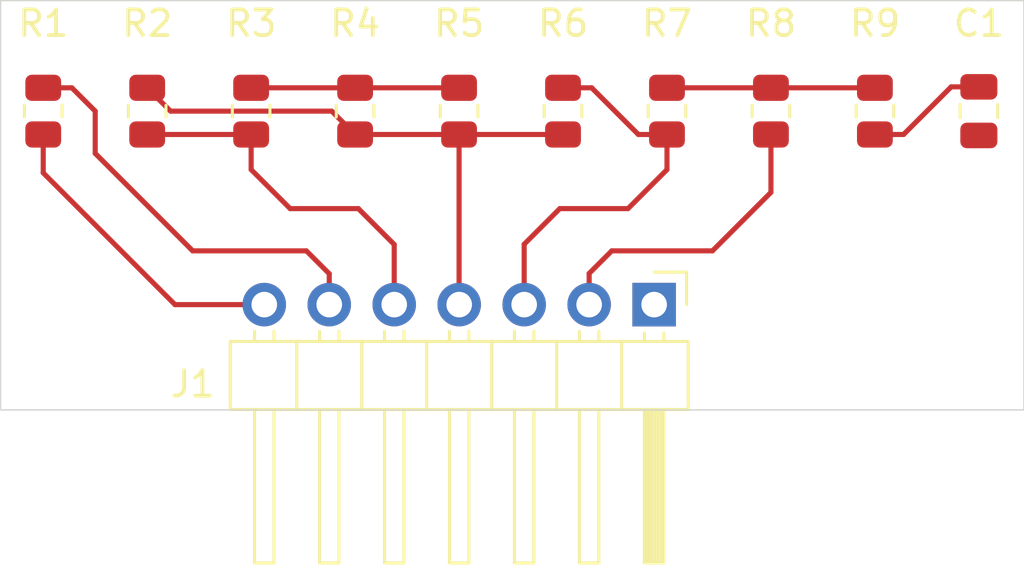
<source format=kicad_pcb>
(kicad_pcb (version 20240108) (generator "pcbnew") (generator_version "8.0")
  (layers (0 "F.Cu" signal) (31 "B.Cu" signal) (34 "B.Paste" user) (35 "F.Paste" user) (36 "B.SilkS" user "B.Silkscreen") (37 "F.SilkS" user "F.Silkscreen") (38 "B.Mask" user) (39 "F.Mask" user) (44 "Edge.Cuts" user))
  (net 0 "")
  (net 1 "/DMa")
  (net 2 "/DMb")
  (net 3 "/Z_{T2}")
  (net 4 "/Z_{T1}")
  (net 5 "/Z_{B}")
  (net 6 "Net-(R7-Pad2)")
  (net 7 "/V_{in}")
  (net 8 "Net-(C1-Pad1)")
  (net 9 "GND")
  (net 10 "Net-(R3-Pad1)")
  (footprint "Resistor_SMD:R_0805_2012Metric" (layer "F.Cu") (at 128.143 96.52 -90)
    (property "Reference" "R3" (at -3.429 0 0) (layer "F.SilkS"))
    (property "Value" "NF")
    (fp_line (start -0.227064 0.735) (end 0.227064 0.735) (stroke (width 0.12)) (layer "F.SilkS"))
    (fp_line (start -0.227064 -0.735) (end 0.227064 -0.735) (stroke (width 0.12)) (layer "F.SilkS"))
    (pad "1" smd roundrect (at -0.9125 0 270) (size 1.025 1.4) (layers "F.Cu" "F.Paste" "F.Mask") (roundrect_rratio 0.243902) (net 10 "Net-(R3-Pad1)"))
    (pad "2" smd roundrect (at 0.9125 0 270) (size 1.025 1.4) (layers "F.Cu" "F.Paste" "F.Mask") (roundrect_rratio 0.243902) (net 4 "/Z_{T1}"))
  )
  (footprint "Resistor_SMD:R_0805_2012Metric" (layer "F.Cu") (at 144.399 96.52 90)
    (property "Reference" "R7" (at 3.429 0 180) (layer "F.SilkS"))
    (property "Value" "0")
    (fp_line (start -0.227064 -0.735) (end 0.227064 -0.735) (stroke (width 0.12)) (layer "F.SilkS"))
    (fp_line (start -0.227064 0.735) (end 0.227064 0.735) (stroke (width 0.12)) (layer "F.SilkS"))
    (pad "1" smd roundrect (at -0.9125 0 90) (size 1.025 1.4) (layers "F.Cu" "F.Paste" "F.Mask") (roundrect_rratio 0.243902) (net 5 "/Z_{B}"))
    (pad "2" smd roundrect (at 0.9125 0 90) (size 1.025 1.4) (layers "F.Cu" "F.Paste" "F.Mask") (roundrect_rratio 0.243902) (net 6 "Net-(R7-Pad2)"))
  )
  (footprint "Capacitor_SMD:C_0805_2012Metric" (layer "F.Cu") (at 156.591 96.52 -90)
    (property "Reference" "C1" (at -3.429 0 180) (layer "F.SilkS"))
    (property "Value" "NF")
    (fp_line (start -0.261252 0.735) (end 0.261252 0.735) (stroke (width 0.12)) (layer "F.SilkS"))
    (fp_line (start -0.261252 -0.735) (end 0.261252 -0.735) (stroke (width 0.12)) (layer "F.SilkS"))
    (pad "1" smd roundrect (at -0.95 0 270) (size 1 1.45) (layers "F.Cu" "F.Paste" "F.Mask") (net 8 "Net-(C1-Pad1)"))
    (pad "2" smd roundrect (at 0.95 0 270) (size 1 1.45) (layers "F.Cu" "F.Paste" "F.Mask") (net 9 "GND"))
  )
  (footprint "Resistor_SMD:R_0805_2012Metric" (layer "F.Cu") (at 148.463 96.52 -90)
    (property "Reference" "R8" (at -3.429 0 180) (layer "F.SilkS"))
    (property "Value" "100k")
    (fp_line (start -0.227064 0.735) (end 0.227064 0.735) (stroke (width 0.12)) (layer "F.SilkS"))
    (fp_line (start -0.227064 -0.735) (end 0.227064 -0.735) (stroke (width 0.12)) (layer "F.SilkS"))
    (pad "1" smd roundrect (at -0.9125 0 270) (size 1.025 1.4) (layers "F.Cu" "F.Paste" "F.Mask") (roundrect_rratio 0.243902) (net 6 "Net-(R7-Pad2)"))
    (pad "2" smd roundrect (at 0.9125 0 270) (size 1.025 1.4) (layers "F.Cu" "F.Paste" "F.Mask") (roundrect_rratio 0.243902) (net 7 "/V_{in}"))
  )
  (footprint "Connector_PinHeader_2.54mm:PinHeader_1x07_P2.54mm_Horizontal" (layer "F.Cu") (at 143.896 104.083 -90)
    (property "Reference" "J1" (at 3.105 18.039 180) (layer "F.SilkS"))
    (property "Value" "Conn_01x07")
    (fp_line (start 1.44 16.57) (end 4.1 16.57) (stroke (width 0.12)) (layer "F.SilkS"))
    (fp_line (start 4.1 16.57) (end 4.1 -1.33) (stroke (width 0.12)) (layer "F.SilkS"))
    (fp_line (start 1.042929 15.62) (end 1.44 15.62) (stroke (width 0.12)) (layer "F.SilkS"))
    (fp_line (start 10.1 15.62) (end 4.1 15.62) (stroke (width 0.12)) (layer "F.SilkS"))
    (fp_line (start 1.042929 14.86) (end 1.44 14.86) (stroke (width 0.12)) (layer "F.SilkS"))
    (fp_line (start 4.1 14.86) (end 10.1 14.86) (stroke (width 0.12)) (layer "F.SilkS"))
    (fp_line (start 10.1 14.86) (end 10.1 15.62) (stroke (width 0.12)) (layer "F.SilkS"))
    (fp_line (start 1.44 13.97) (end 4.1 13.97) (stroke (width 0.12)) (layer "F.SilkS"))
    (fp_line (start 1.042929 13.08) (end 1.44 13.08) (stroke (width 0.12)) (layer "F.SilkS"))
    (fp_line (start 10.1 13.08) (end 4.1 13.08) (stroke (width 0.12)) (layer "F.SilkS"))
    (fp_line (start 1.042929 12.32) (end 1.44 12.32) (stroke (width 0.12)) (layer "F.SilkS"))
    (fp_line (start 4.1 12.32) (end 10.1 12.32) (stroke (width 0.12)) (layer "F.SilkS"))
    (fp_line (start 10.1 12.32) (end 10.1 13.08) (stroke (width 0.12)) (layer "F.SilkS"))
    (fp_line (start 1.44 11.43) (end 4.1 11.43) (stroke (width 0.12)) (layer "F.SilkS"))
    (fp_line (start 1.042929 10.54) (end 1.44 10.54) (stroke (width 0.12)) (layer "F.SilkS"))
    (fp_line (start 10.1 10.54) (end 4.1 10.54) (stroke (width 0.12)) (layer "F.SilkS"))
    (fp_line (start 1.042929 9.78) (end 1.44 9.78) (stroke (width 0.12)) (layer "F.SilkS"))
    (fp_line (start 4.1 9.78) (end 10.1 9.78) (stroke (width 0.12)) (layer "F.SilkS"))
    (fp_line (start 10.1 9.78) (end 10.1 10.54) (stroke (width 0.12)) (layer "F.SilkS"))
    (fp_line (start 1.44 8.89) (end 4.1 8.89) (stroke (width 0.12)) (layer "F.SilkS"))
    (fp_line (start 1.042929 8) (end 1.44 8) (stroke (width 0.12)) (layer "F.SilkS"))
    (fp_line (start 10.1 8) (end 4.1 8) (stroke (width 0.12)) (layer "F.SilkS"))
    (fp_line (start 1.042929 7.24) (end 1.44 7.24) (stroke (width 0.12)) (layer "F.SilkS"))
    (fp_line (start 4.1 7.24) (end 10.1 7.24) (stroke (width 0.12)) (layer "F.SilkS"))
    (fp_line (start 10.1 7.24) (end 10.1 8) (stroke (width 0.12)) (layer "F.SilkS"))
    (fp_line (start 1.44 6.35) (end 4.1 6.35) (stroke (width 0.12)) (layer "F.SilkS"))
    (fp_line (start 1.042929 5.46) (end 1.44 5.46) (stroke (width 0.12)) (layer "F.SilkS"))
    (fp_line (start 10.1 5.46) (end 4.1 5.46) (stroke (width 0.12)) (layer "F.SilkS"))
    (fp_line (start 1.042929 4.7) (end 1.44 4.7) (stroke (width 0.12)) (layer "F.SilkS"))
    (fp_line (start 4.1 4.7) (end 10.1 4.7) (stroke (width 0.12)) (layer "F.SilkS"))
    (fp_line (start 10.1 4.7) (end 10.1 5.46) (stroke (width 0.12)) (layer "F.SilkS"))
    (fp_line (start 1.44 3.81) (end 4.1 3.81) (stroke (width 0.12)) (layer "F.SilkS"))
    (fp_line (start 1.042929 2.92) (end 1.44 2.92) (stroke (width 0.12)) (layer "F.SilkS"))
    (fp_line (start 10.1 2.92) (end 4.1 2.92) (stroke (width 0.12)) (layer "F.SilkS"))
    (fp_line (start 1.042929 2.16) (end 1.44 2.16) (stroke (width 0.12)) (layer "F.SilkS"))
    (fp_line (start 4.1 2.16) (end 10.1 2.16) (stroke (width 0.12)) (layer "F.SilkS"))
    (fp_line (start 10.1 2.16) (end 10.1 2.92) (stroke (width 0.12)) (layer "F.SilkS"))
    (fp_line (start 1.44 1.27) (end 4.1 1.27) (stroke (width 0.12)) (layer "F.SilkS"))
    (fp_line (start 1.11 0.38) (end 1.44 0.38) (stroke (width 0.12)) (layer "F.SilkS"))
    (fp_line (start 10.1 0.38) (end 4.1 0.38) (stroke (width 0.12)) (layer "F.SilkS"))
    (fp_line (start 4.1 0.28) (end 10.1 0.28) (stroke (width 0.12)) (layer "F.SilkS"))
    (fp_line (start 4.1 0.16) (end 10.1 0.16) (stroke (width 0.12)) (layer "F.SilkS"))
    (fp_line (start 4.1 0.04) (end 10.1 0.04) (stroke (width 0.12)) (layer "F.SilkS"))
    (fp_line (start -1.27 0) (end -1.27 -1.27) (stroke (width 0.12)) (layer "F.SilkS"))
    (fp_line (start 4.1 -0.08) (end 10.1 -0.08) (stroke (width 0.12)) (layer "F.SilkS"))
    (fp_line (start 4.1 -0.2) (end 10.1 -0.2) (stroke (width 0.12)) (layer "F.SilkS"))
    (fp_line (start 4.1 -0.32) (end 10.1 -0.32) (stroke (width 0.12)) (layer "F.SilkS"))
    (fp_line (start 1.11 -0.38) (end 1.44 -0.38) (stroke (width 0.12)) (layer "F.SilkS"))
    (fp_line (start 4.1 -0.38) (end 10.1 -0.38) (stroke (width 0.12)) (layer "F.SilkS"))
    (fp_line (start 10.1 -0.38) (end 10.1 0.38) (stroke (width 0.12)) (layer "F.SilkS"))
    (fp_line (start -1.27 -1.27) (end 0 -1.27) (stroke (width 0.12)) (layer "F.SilkS"))
    (fp_line (start 1.44 -1.33) (end 1.44 16.57) (stroke (width 0.12)) (layer "F.SilkS"))
    (fp_line (start 4.1 -1.33) (end 1.44 -1.33) (stroke (width 0.12)) (layer "F.SilkS"))
    (pad "1" thru_hole rect (at 0 0 270) (size 1.7 1.7) (drill 1) (layers "*.Cu" "*.Mask") (net 9 "GND"))
    (pad "2" thru_hole oval (at 0 2.54 270) (size 1.7 1.7) (drill 1) (layers "*.Cu" "*.Mask") (net 7 "/V_{in}"))
    (pad "3" thru_hole oval (at 0 5.08 270) (size 1.7 1.7) (drill 1) (layers "*.Cu" "*.Mask") (net 5 "/Z_{B}"))
    (pad "4" thru_hole oval (at 0 7.62 270) (size 1.7 1.7) (drill 1) (layers "*.Cu" "*.Mask") (net 3 "/Z_{T2}"))
    (pad "5" thru_hole oval (at 0 10.16 270) (size 1.7 1.7) (drill 1) (layers "*.Cu" "*.Mask") (net 4 "/Z_{T1}"))
    (pad "6" thru_hole oval (at 0 12.7 270) (size 1.7 1.7) (drill 1) (layers "*.Cu" "*.Mask") (net 2 "/DMb"))
    (pad "7" thru_hole oval (at 0 15.24 270) (size 1.7 1.7) (drill 1) (layers "*.Cu" "*.Mask") (net 1 "/DMa"))
  )
  (footprint "Resistor_SMD:R_0805_2012Metric" (layer "F.Cu") (at 152.527 96.52 -90)
    (property "Reference" "R9" (at -3.429 0 180) (layer "F.SilkS"))
    (property "Value" "NF")
    (fp_line (start -0.227064 0.735) (end 0.227064 0.735) (stroke (width 0.12)) (layer "F.SilkS"))
    (fp_line (start -0.227064 -0.735) (end 0.227064 -0.735) (stroke (width 0.12)) (layer "F.SilkS"))
    (pad "1" smd roundrect (at -0.9125 0 270) (size 1.025 1.4) (layers "F.Cu" "F.Paste" "F.Mask") (roundrect_rratio 0.243902) (net 6 "Net-(R7-Pad2)"))
    (pad "2" smd roundrect (at 0.9125 0 270) (size 1.025 1.4) (layers "F.Cu" "F.Paste" "F.Mask") (roundrect_rratio 0.243902) (net 8 "Net-(C1-Pad1)"))
  )
  (footprint "Resistor_SMD:R_0805_2012Metric" (layer "F.Cu") (at 120.015 96.52 90)
    (property "Reference" "R1" (at 3.429 0 180) (layer "F.SilkS"))
    (property "Value" "390k")
    (fp_line (start -0.227064 -0.735) (end 0.227064 -0.735) (stroke (width 0.12)) (layer "F.SilkS"))
    (fp_line (start -0.227064 0.735) (end 0.227064 0.735) (stroke (width 0.12)) (layer "F.SilkS"))
    (pad "1" smd roundrect (at -0.9125 0 90) (size 1.025 1.4) (layers "F.Cu" "F.Paste" "F.Mask") (roundrect_rratio 0.243902) (net 1 "/DMa"))
    (pad "2" smd roundrect (at 0.9125 0 90) (size 1.025 1.4) (layers "F.Cu" "F.Paste" "F.Mask") (roundrect_rratio 0.243902) (net 2 "/DMb"))
  )
  (footprint "Resistor_SMD:R_0805_2012Metric" (layer "F.Cu") (at 132.207 96.52 -90)
    (property "Reference" "R4" (at -3.429 0 0) (layer "F.SilkS"))
    (property "Value" "NF")
    (fp_line (start -0.227064 0.735) (end 0.227064 0.735) (stroke (width 0.12)) (layer "F.SilkS"))
    (fp_line (start -0.227064 -0.735) (end 0.227064 -0.735) (stroke (width 0.12)) (layer "F.SilkS"))
    (pad "1" smd roundrect (at -0.9125 0 270) (size 1.025 1.4) (layers "F.Cu" "F.Paste" "F.Mask") (roundrect_rratio 0.243902) (net 10 "Net-(R3-Pad1)"))
    (pad "2" smd roundrect (at 0.9125 0 270) (size 1.025 1.4) (layers "F.Cu" "F.Paste" "F.Mask") (roundrect_rratio 0.243902) (net 3 "/Z_{T2}"))
  )
  (footprint "Resistor_SMD:R_0805_2012Metric" (layer "F.Cu") (at 136.271 96.52 -90)
    (property "Reference" "R5" (at -3.429 0 0) (layer "F.SilkS"))
    (property "Value" "NF")
    (fp_line (start -0.227064 0.735) (end 0.227064 0.735) (stroke (width 0.12)) (layer "F.SilkS"))
    (fp_line (start -0.227064 -0.735) (end 0.227064 -0.735) (stroke (width 0.12)) (layer "F.SilkS"))
    (pad "1" smd roundrect (at -0.9125 0 270) (size 1.025 1.4) (layers "F.Cu" "F.Paste" "F.Mask") (roundrect_rratio 0.243902) (net 10 "Net-(R3-Pad1)"))
    (pad "2" smd roundrect (at 0.9125 0 270) (size 1.025 1.4) (layers "F.Cu" "F.Paste" "F.Mask") (roundrect_rratio 0.243902) (net 3 "/Z_{T2}"))
  )
  (footprint "Resistor_SMD:R_0805_2012Metric" (layer "F.Cu") (at 124.079 96.52 -90)
    (property "Reference" "R2" (at -3.429 0 180) (layer "F.SilkS"))
    (property "Value" "300")
    (fp_line (start -0.227064 0.735) (end 0.227064 0.735) (stroke (width 0.12)) (layer "F.SilkS"))
    (fp_line (start -0.227064 -0.735) (end 0.227064 -0.735) (stroke (width 0.12)) (layer "F.SilkS"))
    (pad "1" smd roundrect (at -0.9125 0 270) (size 1.025 1.4) (layers "F.Cu" "F.Paste" "F.Mask") (roundrect_rratio 0.243902) (net 3 "/Z_{T2}"))
    (pad "2" smd roundrect (at 0.9125 0 270) (size 1.025 1.4) (layers "F.Cu" "F.Paste" "F.Mask") (roundrect_rratio 0.243902) (net 4 "/Z_{T1}"))
  )
  (footprint "Resistor_SMD:R_0805_2012Metric" (layer "F.Cu") (at 140.335 96.52 90)
    (property "Reference" "R6" (at 3.429 0 0) (layer "F.SilkS"))
    (property "Value" "47k")
    (fp_line (start -0.227064 -0.735) (end 0.227064 -0.735) (stroke (width 0.12)) (layer "F.SilkS"))
    (fp_line (start -0.227064 0.735) (end 0.227064 0.735) (stroke (width 0.12)) (layer "F.SilkS"))
    (pad "1" smd roundrect (at -0.9125 0 90) (size 1.025 1.4) (layers "F.Cu" "F.Paste" "F.Mask") (roundrect_rratio 0.243902) (net 3 "/Z_{T2}"))
    (pad "2" smd roundrect (at 0.9125 0 90) (size 1.025 1.4) (layers "F.Cu" "F.Paste" "F.Mask") (roundrect_rratio 0.243902) (net 5 "/Z_{B}"))
  )
  (gr_rect (start 118.35 92.2) (end 158.35 108.2) (stroke (width 0.05)) (fill none) (layer "Edge.Cuts"))
  (segment (start 125.165 104.083) (end 120.015 98.933) (width 0.2) (layer "F.Cu") (net 1))
  (segment (start 128.656 104.083) (end 125.165 104.083) (width 0.2) (layer "F.Cu") (net 1))
  (segment (start 120.015 98.933) (end 120.015 97.4325) (width 0.2) (layer "F.Cu") (net 1))
  (segment (start 121.1345 95.6075) (end 122.047 96.52) (width 0.2) (layer "F.Cu") (net 2))
  (segment (start 130.302 101.981) (end 131.196 102.875) (width 0.2) (layer "F.Cu") (net 2))
  (segment (start 120.015 95.6075) (end 121.1345 95.6075) (width 0.2) (layer "F.Cu") (net 2))
  (segment (start 122.047 98.171) (end 125.857 101.981) (width 0.2) (layer "F.Cu") (net 2))
  (segment (start 131.196 102.875) (end 131.196 104.083) (width 0.2) (layer "F.Cu") (net 2))
  (segment (start 122.047 96.52) (end 122.047 98.171) (width 0.2) (layer "F.Cu") (net 2))
  (segment (start 125.857 101.981) (end 130.302 101.981) (width 0.2) (layer "F.Cu") (net 2))
  (segment (start 136.271 104.078) (end 136.276 104.083) (width 0.2) (layer "F.Cu") (net 3))
  (segment (start 136.271 97.4325) (end 136.271 104.078) (width 0.2) (layer "F.Cu") (net 3))
  (segment (start 131.2945 96.52) (end 124.9915 96.52) (width 0.2) (layer "F.Cu") (net 3))
  (segment (start 132.207 97.4325) (end 136.271 97.4325) (width 0.2) (layer "F.Cu") (net 3))
  (segment (start 124.9915 96.52) (end 124.079 95.6075) (width 0.2) (layer "F.Cu") (net 3))
  (segment (start 132.207 97.4325) (end 131.2945 96.52) (width 0.2) (layer "F.Cu") (net 3))
  (segment (start 140.335 97.4325) (end 136.271 97.4325) (width 0.2) (layer "F.Cu") (net 3))
  (segment (start 124.079 97.4325) (end 128.143 97.4325) (width 0.2) (layer "F.Cu") (net 4))
  (segment (start 129.667 100.33) (end 132.334 100.33) (width 0.2) (layer "F.Cu") (net 4))
  (segment (start 133.736 101.732) (end 133.736 104.083) (width 0.2) (layer "F.Cu") (net 4))
  (segment (start 132.334 100.33) (end 133.736 101.732) (width 0.2) (layer "F.Cu") (net 4))
  (segment (start 128.143 98.806) (end 129.667 100.33) (width 0.2) (layer "F.Cu") (net 4))
  (segment (start 128.143 97.4325) (end 128.143 98.806) (width 0.2) (layer "F.Cu") (net 4))
  (segment (start 141.4545 95.6075) (end 143.2795 97.4325) (width 0.2) (layer "F.Cu") (net 5))
  (segment (start 138.816 101.722) (end 140.208 100.33) (width 0.2) (layer "F.Cu") (net 5))
  (segment (start 142.875 100.33) (end 144.399 98.806) (width 0.2) (layer "F.Cu") (net 5))
  (segment (start 140.335 95.6075) (end 141.4545 95.6075) (width 0.2) (layer "F.Cu") (net 5))
  (segment (start 143.2795 97.4325) (end 144.399 97.4325) (width 0.2) (layer "F.Cu") (net 5))
  (segment (start 140.208 100.33) (end 142.875 100.33) (width 0.2) (layer "F.Cu") (net 5))
  (segment (start 138.816 104.083) (end 138.816 101.722) (width 0.2) (layer "F.Cu") (net 5))
  (segment (start 144.399 98.806) (end 144.399 97.4325) (width 0.2) (layer "F.Cu") (net 5))
  (segment (start 152.527 95.6075) (end 148.463 95.6075) (width 0.2) (layer "F.Cu") (net 6))
  (segment (start 144.399 95.6075) (end 148.463 95.6075) (width 0.2) (layer "F.Cu") (net 6))
  (segment (start 148.463 97.4325) (end 148.463 99.695) (width 0.2) (layer "F.Cu") (net 7))
  (segment (start 142.24 101.981) (end 141.356 102.865) (width 0.2) (layer "F.Cu") (net 7))
  (segment (start 148.463 99.695) (end 146.177 101.981) (width 0.2) (layer "F.Cu") (net 7))
  (segment (start 146.177 101.981) (end 142.24 101.981) (width 0.2) (layer "F.Cu") (net 7))
  (segment (start 141.356 102.865) (end 141.356 104.083) (width 0.2) (layer "F.Cu") (net 7))
  (segment (start 155.509 95.57) (end 156.591 95.57) (width 0.2) (layer "F.Cu") (net 8))
  (segment (start 152.527 97.4325) (end 153.6465 97.4325) (width 0.2) (layer "F.Cu") (net 8))
  (segment (start 153.6465 97.4325) (end 155.509 95.57) (width 0.2) (layer "F.Cu") (net 8))
  (segment (start 132.207 95.6075) (end 136.271 95.6075) (width 0.2) (layer "F.Cu") (net 10))
  (segment (start 128.143 95.6075) (end 132.207 95.6075) (width 0.2) (layer "F.Cu") (net 10))
)
</source>
